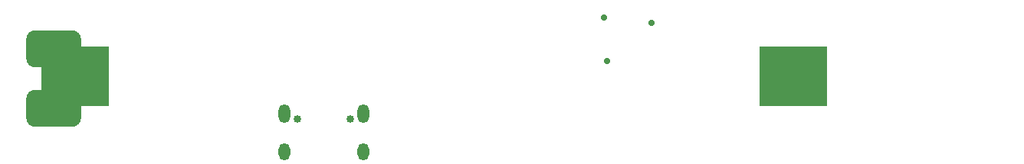
<source format=gbs>
G04 Layer_Color=16711935*
%FSLAX24Y24*%
%MOIN*%
G70*
G01*
G75*
G04:AMPARAMS|DCode=65|XSize=161.4mil|YSize=240.2mil|CornerRadius=41.3mil|HoleSize=0mil|Usage=FLASHONLY|Rotation=90.000|XOffset=0mil|YOffset=0mil|HoleType=Round|Shape=RoundedRectangle|*
%AMROUNDEDRECTD65*
21,1,0.1614,0.1575,0,0,90.0*
21,1,0.0787,0.2402,0,0,90.0*
1,1,0.0827,0.0787,0.0394*
1,1,0.0827,0.0787,-0.0394*
1,1,0.0827,-0.0787,-0.0394*
1,1,0.0827,-0.0787,0.0394*
%
%ADD65ROUNDEDRECTD65*%
%ADD79C,0.0039*%
%ADD80O,0.0512X0.0748*%
%ADD81O,0.0512X0.0827*%
%ADD82C,0.0335*%
%ADD83C,0.0276*%
%ADD84R,0.2976X0.2587*%
D65*
X1390Y2687D02*
D03*
Y5285D02*
D03*
D79*
X3913Y915D02*
D03*
X7193Y7215D02*
D03*
X28925Y915D02*
D03*
X42515Y7018D02*
D03*
Y1112D02*
D03*
X945Y1112D02*
D03*
Y7018D02*
D03*
D80*
X11449Y790D02*
D03*
X14850D02*
D03*
D81*
X11449Y2435D02*
D03*
X14850D02*
D03*
D82*
X14287Y2227D02*
D03*
X12012D02*
D03*
D83*
X25457Y4749D02*
D03*
X27396Y6427D02*
D03*
X25340Y6651D02*
D03*
D84*
X2335Y4065D02*
D03*
X33571D02*
D03*
M02*

</source>
